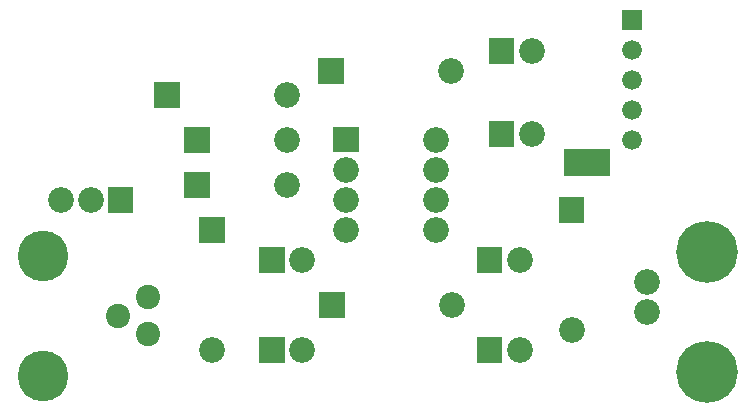
<source format=gbr>
G04 start of page 5 for group 2 layer_idx 8 *
G04 Title: (unknown), top_mask *
G04 Creator: pcb-rnd 2.1.0 *
G04 CreationDate: 2019-02-14 18:17:35 UTC *
G04 For:  *
G04 Format: Gerber/RS-274X *
G04 PCB-Dimensions: 500000 500000 *
G04 PCB-Coordinate-Origin: lower left *
%MOIN*%
%FSLAX25Y25*%
%LNTOPMASK*%
%ADD41C,0.0660*%
%ADD40C,0.2060*%
%ADD39C,0.1690*%
%ADD38C,0.0810*%
%ADD37C,0.0860*%
%ADD36C,0.0001*%
G54D36*G36*
X212922Y256872D02*X221522D01*
Y248272D01*
X212922D01*
Y256872D01*
G37*
G54D37*X217222Y242572D03*
Y232572D03*
Y222572D03*
G54D36*G36*
X208200Y201800D02*X216800D01*
Y193200D01*
X208200D01*
Y201800D01*
G37*
G36*
X188200Y216800D02*X196800D01*
Y208200D01*
X188200D01*
Y216800D01*
G37*
G54D37*X202500Y212500D03*
G54D36*G36*
X188200Y186800D02*X196800D01*
Y178200D01*
X188200D01*
Y186800D01*
G37*
G54D37*X202500Y182500D03*
G54D36*G36*
X163200Y241800D02*X171800D01*
Y233200D01*
X163200D01*
Y241800D01*
G37*
G36*
X176800Y226800D02*Y218200D01*
X168200D01*
Y226800D01*
X176800D01*
G37*
G54D37*X172500Y182500D03*
G54D38*X151281Y187596D03*
Y200196D03*
X141281Y193896D03*
G54D39*X116281Y173896D03*
Y213896D03*
G54D36*G36*
X146300Y236800D02*Y228200D01*
X137700D01*
Y236800D01*
X146300D01*
G37*
G54D37*X132000Y232500D03*
X122000D03*
X197500Y237500D03*
G54D36*G36*
X163200Y256800D02*X171800D01*
Y248200D01*
X163200D01*
Y256800D01*
G37*
G54D37*X197500Y252500D03*
X247222Y252572D03*
Y242572D03*
Y232572D03*
Y222572D03*
G54D36*G36*
X260700Y216800D02*X269300D01*
Y208200D01*
X260700D01*
Y216800D01*
G37*
G54D37*X275000Y212500D03*
X252500Y197500D03*
G54D40*X337500Y215000D03*
G54D37*X317500Y205000D03*
Y195000D03*
G54D36*G36*
X296635Y233324D02*Y224724D01*
X288035D01*
Y233324D01*
X296635D01*
G37*
G36*
X207816Y279704D02*X216416D01*
Y271104D01*
X207816D01*
Y279704D01*
G37*
G36*
X153200Y271800D02*X161800D01*
Y263200D01*
X153200D01*
Y271800D01*
G37*
G54D37*X197500Y267500D03*
X252116Y275404D03*
G54D36*G36*
X315900Y295800D02*Y289200D01*
X309300D01*
Y295800D01*
X315900D01*
G37*
G54D41*X312600Y282500D03*
Y272500D03*
Y262500D03*
Y252500D03*
G54D36*G36*
X289815Y249536D02*Y240464D01*
X305185D01*
Y249536D01*
X289815D01*
G37*
G36*
X264700Y258800D02*X273300D01*
Y250200D01*
X264700D01*
Y258800D01*
G37*
G54D37*X279000Y254500D03*
G54D36*G36*
X264700Y286300D02*X273300D01*
Y277700D01*
X264700D01*
Y286300D01*
G37*
G54D37*X279000Y282000D03*
G54D36*G36*
X260700Y186800D02*X269300D01*
Y178200D01*
X260700D01*
Y186800D01*
G37*
G54D37*X275000Y182500D03*
G54D40*X337500Y175000D03*
G54D37*X292335Y189024D03*
M02*

</source>
